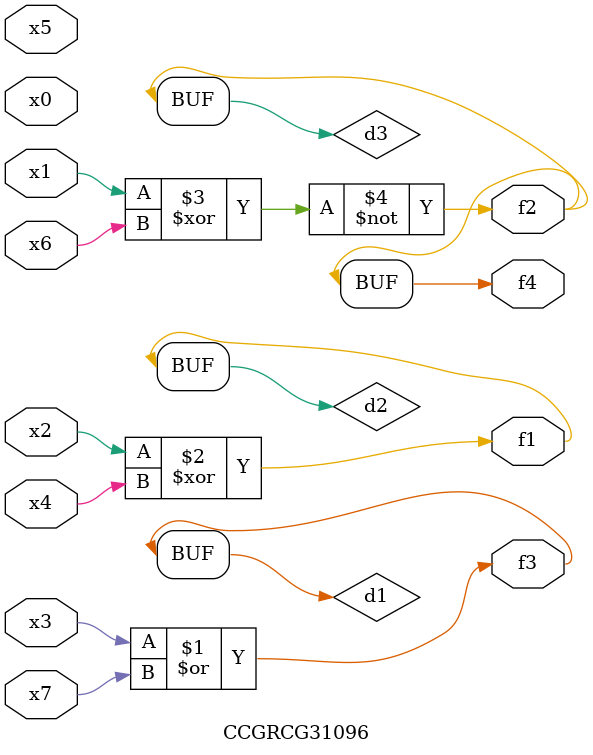
<source format=v>
module CCGRCG31096(
	input x0, x1, x2, x3, x4, x5, x6, x7,
	output f1, f2, f3, f4
);

	wire d1, d2, d3;

	or (d1, x3, x7);
	xor (d2, x2, x4);
	xnor (d3, x1, x6);
	assign f1 = d2;
	assign f2 = d3;
	assign f3 = d1;
	assign f4 = d3;
endmodule

</source>
